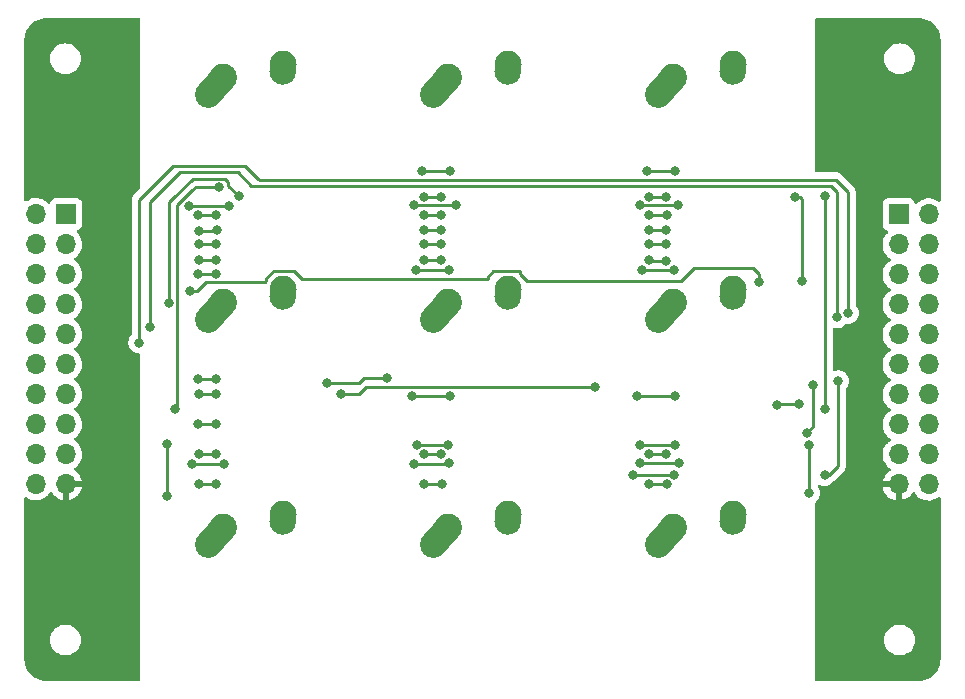
<source format=gbl>
%TF.GenerationSoftware,KiCad,Pcbnew,(6.0.9)*%
%TF.CreationDate,2023-03-10T16:46:27-06:00*%
%TF.ProjectId,Programmable Keys,50726f67-7261-46d6-9d61-626c65204b65,rev?*%
%TF.SameCoordinates,Original*%
%TF.FileFunction,Copper,L2,Bot*%
%TF.FilePolarity,Positive*%
%FSLAX46Y46*%
G04 Gerber Fmt 4.6, Leading zero omitted, Abs format (unit mm)*
G04 Created by KiCad (PCBNEW (6.0.9)) date 2023-03-10 16:46:27*
%MOMM*%
%LPD*%
G01*
G04 APERTURE LIST*
G04 Aperture macros list*
%AMHorizOval*
0 Thick line with rounded ends*
0 $1 width*
0 $2 $3 position (X,Y) of the first rounded end (center of the circle)*
0 $4 $5 position (X,Y) of the second rounded end (center of the circle)*
0 Add line between two ends*
20,1,$1,$2,$3,$4,$5,0*
0 Add two circle primitives to create the rounded ends*
1,1,$1,$2,$3*
1,1,$1,$4,$5*%
G04 Aperture macros list end*
%TA.AperFunction,ComponentPad*%
%ADD10C,2.250000*%
%TD*%
%TA.AperFunction,ComponentPad*%
%ADD11HorizOval,2.250000X0.655001X0.730000X-0.655001X-0.730000X0*%
%TD*%
%TA.AperFunction,ComponentPad*%
%ADD12HorizOval,2.250000X0.020000X0.290000X-0.020000X-0.290000X0*%
%TD*%
%TA.AperFunction,ComponentPad*%
%ADD13R,1.700000X1.700000*%
%TD*%
%TA.AperFunction,ComponentPad*%
%ADD14O,1.700000X1.700000*%
%TD*%
%TA.AperFunction,ViaPad*%
%ADD15C,0.800000*%
%TD*%
%TA.AperFunction,Conductor*%
%ADD16C,0.250000*%
%TD*%
G04 APERTURE END LIST*
D10*
%TO.P,MX8,1,COL*%
%TO.N,COL9*%
X184031250Y-96012500D03*
D11*
X183376251Y-96742500D03*
D10*
%TO.P,MX8,2,ROW*%
%TO.N,Net-(D6-Pad2)*%
X189071250Y-94932500D03*
D12*
X189051250Y-95222500D03*
%TD*%
D13*
%TO.P,J2,1,Pin_1*%
%TO.N,+5V*%
X222156250Y-69537500D03*
D14*
%TO.P,J2,2,Pin_2*%
%TO.N,VCC*%
X224696250Y-69537500D03*
%TO.P,J2,3,Pin_3*%
%TO.N,COL0*%
X222156250Y-72077500D03*
%TO.P,J2,4,Pin_4*%
%TO.N,COL1*%
X224696250Y-72077500D03*
%TO.P,J2,5,Pin_5*%
%TO.N,COL2*%
X222156250Y-74617500D03*
%TO.P,J2,6,Pin_6*%
%TO.N,COL3*%
X224696250Y-74617500D03*
%TO.P,J2,7,Pin_7*%
%TO.N,COL4*%
X222156250Y-77157500D03*
%TO.P,J2,8,Pin_8*%
%TO.N,COL5*%
X224696250Y-77157500D03*
%TO.P,J2,9,Pin_9*%
%TO.N,COL6*%
X222156250Y-79697500D03*
%TO.P,J2,10,Pin_10*%
%TO.N,COL7*%
X224696250Y-79697500D03*
%TO.P,J2,11,Pin_11*%
%TO.N,COL8*%
X222156250Y-82237500D03*
%TO.P,J2,12,Pin_12*%
%TO.N,COL9*%
X224696250Y-82237500D03*
%TO.P,J2,13,Pin_13*%
%TO.N,COL10*%
X222156250Y-84777500D03*
%TO.P,J2,14,Pin_14*%
%TO.N,ROW5*%
X224696250Y-84777500D03*
%TO.P,J2,15,Pin_15*%
%TO.N,ROW6*%
X222156250Y-87317500D03*
%TO.P,J2,16,Pin_16*%
%TO.N,ROW7*%
X224696250Y-87317500D03*
%TO.P,J2,17,Pin_17*%
%TO.N,ROW8*%
X222156250Y-89857500D03*
%TO.P,J2,18,Pin_18*%
%TO.N,ROW9*%
X224696250Y-89857500D03*
%TO.P,J2,19,Pin_19*%
%TO.N,GND*%
X222156250Y-92397500D03*
%TO.P,J2,20,Pin_20*%
%TO.N,unconnected-(J2-Pad20)*%
X224696250Y-92397500D03*
%TD*%
D10*
%TO.P,MX1,1,COL*%
%TO.N,COL8*%
X164981250Y-57912500D03*
D11*
X164326251Y-58642500D03*
D10*
%TO.P,MX1,2,ROW*%
%TO.N,Net-(D1-Pad2)*%
X170021250Y-56832500D03*
D12*
X170001250Y-57122500D03*
%TD*%
D10*
%TO.P,MX9,1,COL*%
%TO.N,COL10*%
X203081250Y-96012500D03*
D11*
X202426251Y-96742500D03*
D12*
%TO.P,MX9,2,ROW*%
%TO.N,Net-(D9-Pad2)*%
X208101250Y-95222500D03*
D10*
X208121250Y-94932500D03*
%TD*%
%TO.P,MX4,1,COL*%
%TO.N,COL8*%
X164981250Y-76962500D03*
D11*
X164326251Y-77692500D03*
D10*
%TO.P,MX4,2,ROW*%
%TO.N,Net-(D2-Pad2)*%
X170021250Y-75882500D03*
D12*
X170001250Y-76172500D03*
%TD*%
D11*
%TO.P,MX3,1,COL*%
%TO.N,COL10*%
X202426251Y-58642500D03*
D10*
X203081250Y-57912500D03*
%TO.P,MX3,2,ROW*%
%TO.N,Net-(D7-Pad2)*%
X208121250Y-56832500D03*
D12*
X208101250Y-57122500D03*
%TD*%
D13*
%TO.P,J1,1,Pin_1*%
%TO.N,+5V*%
X151675000Y-69512500D03*
D14*
%TO.P,J1,2,Pin_2*%
%TO.N,VCC*%
X149135000Y-69512500D03*
%TO.P,J1,3,Pin_3*%
%TO.N,COL0*%
X151675000Y-72052500D03*
%TO.P,J1,4,Pin_4*%
%TO.N,COL1*%
X149135000Y-72052500D03*
%TO.P,J1,5,Pin_5*%
%TO.N,COL2*%
X151675000Y-74592500D03*
%TO.P,J1,6,Pin_6*%
%TO.N,COL3*%
X149135000Y-74592500D03*
%TO.P,J1,7,Pin_7*%
%TO.N,COL4*%
X151675000Y-77132500D03*
%TO.P,J1,8,Pin_8*%
%TO.N,COL5*%
X149135000Y-77132500D03*
%TO.P,J1,9,Pin_9*%
%TO.N,COL6*%
X151675000Y-79672500D03*
%TO.P,J1,10,Pin_10*%
%TO.N,COL7*%
X149135000Y-79672500D03*
%TO.P,J1,11,Pin_11*%
%TO.N,COL8*%
X151675000Y-82212500D03*
%TO.P,J1,12,Pin_12*%
%TO.N,COL9*%
X149135000Y-82212500D03*
%TO.P,J1,13,Pin_13*%
%TO.N,COL10*%
X151675000Y-84752500D03*
%TO.P,J1,14,Pin_14*%
%TO.N,ROW5*%
X149135000Y-84752500D03*
%TO.P,J1,15,Pin_15*%
%TO.N,ROW6*%
X151675000Y-87292500D03*
%TO.P,J1,16,Pin_16*%
%TO.N,ROW7*%
X149135000Y-87292500D03*
%TO.P,J1,17,Pin_17*%
%TO.N,ROW8*%
X151675000Y-89832500D03*
%TO.P,J1,18,Pin_18*%
%TO.N,ROW9*%
X149135000Y-89832500D03*
%TO.P,J1,19,Pin_19*%
%TO.N,GND*%
X151675000Y-92372500D03*
%TO.P,J1,20,Pin_20*%
%TO.N,unconnected-(J1-Pad20)*%
X149135000Y-92372500D03*
%TD*%
D10*
%TO.P,MX7,1,COL*%
%TO.N,COL8*%
X164981250Y-96012500D03*
D11*
X164326251Y-96742500D03*
D12*
%TO.P,MX7,2,ROW*%
%TO.N,Net-(D3-Pad2)*%
X170001250Y-95222500D03*
D10*
X170021250Y-94932500D03*
%TD*%
D11*
%TO.P,MX2,1,COL*%
%TO.N,COL9*%
X183376251Y-58642500D03*
D10*
X184031250Y-57912500D03*
D12*
%TO.P,MX2,2,ROW*%
%TO.N,Net-(D4-Pad2)*%
X189051250Y-57122500D03*
D10*
X189071250Y-56832500D03*
%TD*%
%TO.P,MX6,1,COL*%
%TO.N,COL10*%
X203081250Y-76962500D03*
D11*
X202426251Y-77692500D03*
D10*
%TO.P,MX6,2,ROW*%
%TO.N,Net-(D8-Pad2)*%
X208121250Y-75882500D03*
D12*
X208101250Y-76172500D03*
%TD*%
D10*
%TO.P,MX5,1,COL*%
%TO.N,COL9*%
X184031250Y-76962500D03*
D11*
X183376251Y-77692500D03*
D10*
%TO.P,MX5,2,ROW*%
%TO.N,Net-(D5-Pad2)*%
X189071250Y-75882500D03*
D12*
X189051250Y-76172500D03*
%TD*%
D15*
%TO.N,ROW5*%
X164600000Y-67220500D03*
X181768750Y-65881250D03*
X200818750Y-65881250D03*
X160900000Y-86050000D03*
X203200000Y-65881250D03*
X215950000Y-86050000D03*
X184150000Y-65881250D03*
X215950000Y-68000000D03*
%TO.N,ROW6*%
X200025000Y-84931250D03*
X180975000Y-84931250D03*
X164395750Y-87300000D03*
X184150000Y-84931250D03*
X203200000Y-84931250D03*
X162850000Y-87300000D03*
%TO.N,ROW7*%
X214600000Y-93122000D03*
X160200000Y-88950000D03*
X160200000Y-93400000D03*
X214600000Y-89050000D03*
%TO.N,VCC*%
X165450000Y-68800000D03*
X200250000Y-68750000D03*
X181100000Y-68750000D03*
X184700000Y-68750000D03*
X203500000Y-68750000D03*
X162100000Y-68788000D03*
%TO.N,COL3*%
X181996750Y-73400000D03*
X202500000Y-73450000D03*
X183445750Y-73400000D03*
X164395750Y-73400000D03*
X201046750Y-73400000D03*
X162946750Y-73400000D03*
%TO.N,COL4*%
X210300000Y-75250000D03*
X162200000Y-76000000D03*
%TO.N,GND*%
X162946750Y-92350000D03*
X201046750Y-92400000D03*
X164395750Y-92400000D03*
X181996750Y-92400000D03*
X202550000Y-92400000D03*
X183500000Y-92400000D03*
%TO.N,COL5*%
X202495750Y-68025500D03*
X214000000Y-75200000D03*
X160375500Y-77050000D03*
X181950000Y-68025500D03*
X201046750Y-68025500D03*
X166300000Y-68000000D03*
X213350000Y-68025500D03*
X183450000Y-68025500D03*
%TO.N,COL6*%
X158750000Y-79074500D03*
X216950000Y-78250000D03*
%TO.N,COL0*%
X181996750Y-72050000D03*
X201046750Y-72050000D03*
X202500000Y-72050000D03*
X162946750Y-72050000D03*
X183445750Y-72050000D03*
X164395750Y-72050000D03*
%TO.N,COL1*%
X202495750Y-70850000D03*
X162900000Y-70900000D03*
X164450000Y-70850000D03*
X201046750Y-70850000D03*
X183445750Y-70850000D03*
X181996750Y-70850000D03*
%TO.N,COL2*%
X162850000Y-74600000D03*
X164395750Y-74550000D03*
X184050000Y-74200000D03*
X181300000Y-74200000D03*
X164395750Y-74550000D03*
X203154605Y-74205313D03*
X200400000Y-74200000D03*
%TO.N,COL7*%
X157850000Y-80397000D03*
X217881541Y-77887734D03*
%TO.N,COL8*%
X214400000Y-88042000D03*
X214950000Y-84000000D03*
X200300000Y-89050000D03*
X203250000Y-89050000D03*
X181382284Y-89027380D03*
X184041070Y-89043996D03*
%TO.N,COL9*%
X162850000Y-83450000D03*
X173800000Y-83800000D03*
X217050000Y-83650000D03*
X203141070Y-91593996D03*
X164395750Y-83450000D03*
X178800000Y-83350000D03*
X199700000Y-91600000D03*
X215900000Y-91600000D03*
%TO.N,COL10*%
X213750000Y-85550000D03*
X162900000Y-84750000D03*
X164395750Y-84750000D03*
X174950000Y-84750000D03*
X196450000Y-84150000D03*
X211850000Y-85655750D03*
%TO.N,ROW8*%
X202495750Y-89850000D03*
X164400000Y-89850000D03*
X183450000Y-89850000D03*
X181950000Y-89850000D03*
X201000000Y-89850000D03*
X162946750Y-89850000D03*
%TO.N,ROW9*%
X203550000Y-90600000D03*
X165050000Y-90650000D03*
X200250000Y-90600000D03*
X181150000Y-90650000D03*
X184104605Y-90605313D03*
X162300000Y-90650000D03*
%TO.N,+5V*%
X162850000Y-69550000D03*
X201046750Y-69550000D03*
X164395750Y-69550000D03*
X183445750Y-69550000D03*
X181996750Y-69550000D03*
X202550000Y-69550000D03*
%TD*%
D16*
%TO.N,ROW5*%
X184150000Y-65881250D02*
X181768750Y-65881250D01*
X161100000Y-68762695D02*
X161850000Y-68012695D01*
X162629500Y-67220500D02*
X164600000Y-67220500D01*
X160900000Y-86050000D02*
X161100000Y-85850000D01*
X203200000Y-65881250D02*
X200818750Y-65881250D01*
X161100000Y-85850000D02*
X161100000Y-82100000D01*
X215950000Y-68000000D02*
X215950000Y-86050000D01*
X161850000Y-68000000D02*
X162350000Y-67500000D01*
X161100000Y-82100000D02*
X161100000Y-68762695D01*
X161850000Y-68012695D02*
X161850000Y-68000000D01*
X162350000Y-67500000D02*
X162629500Y-67220500D01*
%TO.N,ROW6*%
X203200000Y-84931250D02*
X200025000Y-84931250D01*
X184150000Y-84931250D02*
X180975000Y-84931250D01*
X162850000Y-87300000D02*
X164395750Y-87300000D01*
%TO.N,ROW7*%
X214600000Y-89050000D02*
X214600000Y-93122000D01*
X160200000Y-88950000D02*
X160200000Y-93400000D01*
%TO.N,VCC*%
X200250000Y-68750000D02*
X203500000Y-68750000D01*
X162100000Y-68788000D02*
X165438000Y-68788000D01*
X181100000Y-68750000D02*
X184700000Y-68750000D01*
X165438000Y-68788000D02*
X165450000Y-68800000D01*
%TO.N,COL3*%
X183445750Y-73400000D02*
X181996750Y-73400000D01*
X201096750Y-73450000D02*
X201046750Y-73400000D01*
X202500000Y-73450000D02*
X201096750Y-73450000D01*
X164395750Y-73400000D02*
X162946750Y-73400000D01*
%TO.N,COL4*%
X168475000Y-75275000D02*
X163475000Y-75275000D01*
X187400000Y-74800000D02*
X187400000Y-75000000D01*
X190700000Y-75200000D02*
X190100000Y-74600000D01*
X168600000Y-75150000D02*
X168475000Y-75275000D01*
X190100000Y-74350000D02*
X187850000Y-74350000D01*
X187400000Y-75000000D02*
X171650000Y-75000000D01*
X190100000Y-74600000D02*
X190100000Y-74350000D01*
X163475000Y-75275000D02*
X162750000Y-76000000D01*
X169250000Y-74300000D02*
X168600000Y-74950000D01*
X171650000Y-75000000D02*
X170950000Y-74300000D01*
X170950000Y-74300000D02*
X169250000Y-74300000D01*
X187850000Y-74350000D02*
X187400000Y-74800000D01*
X210300000Y-74550000D02*
X209850000Y-74100000D01*
X209850000Y-74100000D02*
X204800000Y-74100000D01*
X168600000Y-74950000D02*
X168600000Y-75150000D01*
X210300000Y-75250000D02*
X210300000Y-74550000D01*
X203700000Y-75200000D02*
X190700000Y-75200000D01*
X162750000Y-76000000D02*
X162200000Y-76000000D01*
X204800000Y-74100000D02*
X203700000Y-75200000D01*
%TO.N,GND*%
X164345750Y-92350000D02*
X164395750Y-92400000D01*
X201046750Y-92400000D02*
X202550000Y-92400000D01*
X181996750Y-92400000D02*
X183500000Y-92400000D01*
X162946750Y-92350000D02*
X164345750Y-92350000D01*
%TO.N,COL5*%
X165145500Y-66495500D02*
X163254500Y-66495500D01*
X163250000Y-66500000D02*
X162500000Y-66500000D01*
X160750000Y-68150000D02*
X160375500Y-68524500D01*
X202495750Y-68025500D02*
X201046750Y-68025500D01*
X160375500Y-68524500D02*
X160375500Y-77050000D01*
X213775500Y-68025500D02*
X213350000Y-68025500D01*
X163254500Y-66495500D02*
X163250000Y-66500000D01*
X213850000Y-68100000D02*
X213775500Y-68025500D01*
X162400000Y-66500000D02*
X160750000Y-68150000D01*
X214000000Y-75200000D02*
X214000000Y-68250000D01*
X166300000Y-68000000D02*
X165400000Y-67100000D01*
X183450000Y-68025500D02*
X181950000Y-68025500D01*
X165400000Y-66750000D02*
X165145500Y-66495500D01*
X165400000Y-67100000D02*
X165400000Y-66750000D01*
X162500000Y-66500000D02*
X162400000Y-66500000D01*
X214000000Y-68250000D02*
X213850000Y-68100000D01*
%TO.N,COL6*%
X216450000Y-67100000D02*
X216950000Y-67600000D01*
X216950000Y-67600000D02*
X216950000Y-78250000D01*
X161300000Y-65950000D02*
X166200000Y-65950000D01*
X161000000Y-66250000D02*
X161300000Y-65950000D01*
X167350000Y-67100000D02*
X214600000Y-67100000D01*
X158750000Y-68500000D02*
X161000000Y-66250000D01*
X166200000Y-65950000D02*
X167350000Y-67100000D01*
X158750000Y-79074500D02*
X158750000Y-68500000D01*
X214600000Y-67100000D02*
X216450000Y-67100000D01*
%TO.N,COL0*%
X202500000Y-72050000D02*
X201046750Y-72050000D01*
X183445750Y-72050000D02*
X181996750Y-72050000D01*
X164395750Y-72050000D02*
X162946750Y-72050000D01*
%TO.N,COL1*%
X162900000Y-70900000D02*
X164400000Y-70900000D01*
X201046750Y-70850000D02*
X202495750Y-70850000D01*
X181996750Y-70850000D02*
X183445750Y-70850000D01*
X164400000Y-70900000D02*
X164450000Y-70850000D01*
%TO.N,COL2*%
X200400000Y-74200000D02*
X203149292Y-74200000D01*
X203149292Y-74200000D02*
X203154605Y-74205313D01*
X181300000Y-74200000D02*
X184050000Y-74200000D01*
X164345750Y-74600000D02*
X164395750Y-74550000D01*
X162850000Y-74600000D02*
X164345750Y-74600000D01*
%TO.N,COL7*%
X167950000Y-66500000D02*
X168056250Y-66606250D01*
X217400000Y-67150000D02*
X217881541Y-67631541D01*
X160800000Y-65400000D02*
X166850000Y-65400000D01*
X157850000Y-68350000D02*
X160750000Y-65450000D01*
X166850000Y-65400000D02*
X167950000Y-66500000D01*
X186206250Y-66606250D02*
X216856250Y-66606250D01*
X216856250Y-66606250D02*
X217400000Y-67150000D01*
X217881541Y-67631541D02*
X217881541Y-77887734D01*
X168056250Y-66606250D02*
X186193750Y-66606250D01*
X160750000Y-65450000D02*
X160800000Y-65400000D01*
X186193750Y-66606250D02*
X186200000Y-66600000D01*
X186200000Y-66600000D02*
X186206250Y-66606250D01*
X157850000Y-80397000D02*
X157850000Y-68350000D01*
%TO.N,COL8*%
X181398900Y-89043996D02*
X184041070Y-89043996D01*
X200300000Y-89050000D02*
X203250000Y-89050000D01*
X181382284Y-89027380D02*
X181398900Y-89043996D01*
X214950000Y-87492000D02*
X214950000Y-84000000D01*
X214400000Y-88042000D02*
X214950000Y-87492000D01*
%TO.N,COL9*%
X176950000Y-83350000D02*
X178800000Y-83350000D01*
X216300000Y-91600000D02*
X215900000Y-91600000D01*
X176500000Y-83800000D02*
X176900000Y-83400000D01*
X176900000Y-83400000D02*
X176950000Y-83350000D01*
X203135066Y-91600000D02*
X199700000Y-91600000D01*
X162850000Y-83450000D02*
X164395750Y-83450000D01*
X217050000Y-83650000D02*
X217050000Y-90850000D01*
X203141070Y-91593996D02*
X203135066Y-91600000D01*
X217050000Y-90850000D02*
X216300000Y-91600000D01*
X173800000Y-83800000D02*
X176500000Y-83800000D01*
%TO.N,COL10*%
X211955750Y-85550000D02*
X211850000Y-85655750D01*
X177050000Y-84150000D02*
X196450000Y-84150000D01*
X174950000Y-84750000D02*
X176450000Y-84750000D01*
X162900000Y-84750000D02*
X164395750Y-84750000D01*
X176450000Y-84750000D02*
X177050000Y-84150000D01*
X213750000Y-85550000D02*
X211955750Y-85550000D01*
%TO.N,ROW8*%
X201000000Y-89850000D02*
X202495750Y-89850000D01*
X181950000Y-89850000D02*
X183450000Y-89850000D01*
X162946750Y-89850000D02*
X164400000Y-89850000D01*
%TO.N,ROW9*%
X184104605Y-90605313D02*
X184059918Y-90650000D01*
X165050000Y-90650000D02*
X162300000Y-90650000D01*
X203550000Y-90600000D02*
X200250000Y-90600000D01*
X184059918Y-90650000D02*
X181150000Y-90650000D01*
%TO.N,+5V*%
X202550000Y-69550000D02*
X201046750Y-69550000D01*
X164395750Y-69550000D02*
X162850000Y-69550000D01*
X183445750Y-69550000D02*
X181996750Y-69550000D01*
%TD*%
%TA.AperFunction,Conductor*%
%TO.N,GND*%
G36*
X223807518Y-52897500D02*
G01*
X223822351Y-52899810D01*
X223822355Y-52899810D01*
X223831224Y-52901191D01*
X223847512Y-52899061D01*
X223872089Y-52898267D01*
X223884203Y-52899061D01*
X224073698Y-52911482D01*
X224090038Y-52913633D01*
X224314096Y-52958201D01*
X224330017Y-52962467D01*
X224546338Y-53035900D01*
X224561565Y-53042207D01*
X224766457Y-53143250D01*
X224780730Y-53151491D01*
X224970671Y-53278407D01*
X224983747Y-53288441D01*
X225155506Y-53439072D01*
X225167161Y-53450727D01*
X225317783Y-53622483D01*
X225327816Y-53635559D01*
X225454728Y-53825502D01*
X225462969Y-53839776D01*
X225564007Y-54044670D01*
X225570314Y-54059896D01*
X225643745Y-54276225D01*
X225648010Y-54292146D01*
X225692572Y-54516199D01*
X225694723Y-54532540D01*
X225707478Y-54727206D01*
X225706493Y-54749315D01*
X225706441Y-54753591D01*
X225705059Y-54762463D01*
X225706223Y-54771366D01*
X225706223Y-54771368D01*
X225709187Y-54794038D01*
X225710250Y-54810372D01*
X225710250Y-68347086D01*
X225690248Y-68415207D01*
X225636592Y-68461700D01*
X225566318Y-68471804D01*
X225506158Y-68445968D01*
X225454664Y-68405300D01*
X225454660Y-68405298D01*
X225450609Y-68402098D01*
X225255039Y-68294138D01*
X225250170Y-68292414D01*
X225250166Y-68292412D01*
X225049337Y-68221295D01*
X225049333Y-68221294D01*
X225044462Y-68219569D01*
X225039369Y-68218662D01*
X225039366Y-68218661D01*
X224829623Y-68181300D01*
X224829617Y-68181299D01*
X224824534Y-68180394D01*
X224750702Y-68179492D01*
X224606331Y-68177728D01*
X224606329Y-68177728D01*
X224601161Y-68177665D01*
X224380341Y-68211455D01*
X224168006Y-68280857D01*
X223969857Y-68384007D01*
X223965724Y-68387110D01*
X223965721Y-68387112D01*
X223866379Y-68461700D01*
X223791215Y-68518135D01*
X223734787Y-68577184D01*
X223710533Y-68602564D01*
X223649009Y-68637994D01*
X223578096Y-68634537D01*
X223520310Y-68593291D01*
X223501457Y-68559743D01*
X223460017Y-68449203D01*
X223456865Y-68440795D01*
X223369511Y-68324239D01*
X223252955Y-68236885D01*
X223116566Y-68185755D01*
X223054384Y-68179000D01*
X221258116Y-68179000D01*
X221195934Y-68185755D01*
X221059545Y-68236885D01*
X220942989Y-68324239D01*
X220855635Y-68440795D01*
X220804505Y-68577184D01*
X220797750Y-68639366D01*
X220797750Y-70435634D01*
X220804505Y-70497816D01*
X220855635Y-70634205D01*
X220942989Y-70750761D01*
X221059545Y-70838115D01*
X221067954Y-70841267D01*
X221067955Y-70841268D01*
X221176701Y-70882035D01*
X221233466Y-70924676D01*
X221258166Y-70991238D01*
X221242959Y-71060587D01*
X221223566Y-71087068D01*
X221141229Y-71173229D01*
X221096879Y-71219638D01*
X220970993Y-71404180D01*
X220876938Y-71606805D01*
X220817239Y-71822070D01*
X220793501Y-72044195D01*
X220806360Y-72267215D01*
X220807497Y-72272261D01*
X220807498Y-72272267D01*
X220831554Y-72379008D01*
X220855472Y-72485139D01*
X220939516Y-72692116D01*
X220991192Y-72776444D01*
X221053541Y-72878188D01*
X221056237Y-72882588D01*
X221202500Y-73051438D01*
X221374376Y-73194132D01*
X221401208Y-73209811D01*
X221447695Y-73236976D01*
X221496419Y-73288614D01*
X221509490Y-73358397D01*
X221482759Y-73424169D01*
X221442305Y-73457527D01*
X221429857Y-73464007D01*
X221425724Y-73467110D01*
X221425721Y-73467112D01*
X221326379Y-73541700D01*
X221251215Y-73598135D01*
X221247643Y-73601873D01*
X221141229Y-73713229D01*
X221096879Y-73759638D01*
X220970993Y-73944180D01*
X220876938Y-74146805D01*
X220817239Y-74362070D01*
X220793501Y-74584195D01*
X220806360Y-74807215D01*
X220807497Y-74812261D01*
X220807498Y-74812267D01*
X220831554Y-74919008D01*
X220855472Y-75025139D01*
X220939516Y-75232116D01*
X220991192Y-75316444D01*
X221053541Y-75418188D01*
X221056237Y-75422588D01*
X221202500Y-75591438D01*
X221374376Y-75734132D01*
X221401208Y-75749811D01*
X221447695Y-75776976D01*
X221496419Y-75828614D01*
X221509490Y-75898397D01*
X221482759Y-75964169D01*
X221442305Y-75997527D01*
X221429857Y-76004007D01*
X221425724Y-76007110D01*
X221425721Y-76007112D01*
X221326379Y-76081700D01*
X221251215Y-76138135D01*
X221247643Y-76141873D01*
X221141229Y-76253229D01*
X221096879Y-76299638D01*
X220970993Y-76484180D01*
X220876938Y-76686805D01*
X220817239Y-76902070D01*
X220793501Y-77124195D01*
X220793798Y-77129348D01*
X220793798Y-77129351D01*
X220799808Y-77233576D01*
X220806360Y-77347215D01*
X220807497Y-77352261D01*
X220807498Y-77352267D01*
X220808454Y-77356508D01*
X220855472Y-77565139D01*
X220939516Y-77772116D01*
X220991192Y-77856444D01*
X221053541Y-77958188D01*
X221056237Y-77962588D01*
X221202500Y-78131438D01*
X221374376Y-78274132D01*
X221401208Y-78289811D01*
X221447695Y-78316976D01*
X221496419Y-78368614D01*
X221509490Y-78438397D01*
X221482759Y-78504169D01*
X221442305Y-78537527D01*
X221429857Y-78544007D01*
X221425724Y-78547110D01*
X221425721Y-78547112D01*
X221326379Y-78621700D01*
X221251215Y-78678135D01*
X221247643Y-78681873D01*
X221104662Y-78831494D01*
X221096879Y-78839638D01*
X220970993Y-79024180D01*
X220876938Y-79226805D01*
X220817239Y-79442070D01*
X220793501Y-79664195D01*
X220806360Y-79887215D01*
X220807497Y-79892261D01*
X220807498Y-79892267D01*
X220831554Y-79999008D01*
X220855472Y-80105139D01*
X220939516Y-80312116D01*
X220991192Y-80396444D01*
X221053541Y-80498188D01*
X221056237Y-80502588D01*
X221202500Y-80671438D01*
X221374376Y-80814132D01*
X221401208Y-80829811D01*
X221447695Y-80856976D01*
X221496419Y-80908614D01*
X221509490Y-80978397D01*
X221482759Y-81044169D01*
X221442305Y-81077527D01*
X221429857Y-81084007D01*
X221425724Y-81087110D01*
X221425721Y-81087112D01*
X221326379Y-81161700D01*
X221251215Y-81218135D01*
X221247643Y-81221873D01*
X221141229Y-81333229D01*
X221096879Y-81379638D01*
X220970993Y-81564180D01*
X220876938Y-81766805D01*
X220817239Y-81982070D01*
X220793501Y-82204195D01*
X220806360Y-82427215D01*
X220807497Y-82432261D01*
X220807498Y-82432267D01*
X220831554Y-82539008D01*
X220855472Y-82645139D01*
X220939516Y-82852116D01*
X220991192Y-82936444D01*
X221053541Y-83038188D01*
X221056237Y-83042588D01*
X221202500Y-83211438D01*
X221374376Y-83354132D01*
X221401208Y-83369811D01*
X221447695Y-83396976D01*
X221496419Y-83448614D01*
X221509490Y-83518397D01*
X221482759Y-83584169D01*
X221442305Y-83617527D01*
X221429857Y-83624007D01*
X221425724Y-83627110D01*
X221425721Y-83627112D01*
X221326379Y-83701700D01*
X221251215Y-83758135D01*
X221247643Y-83761873D01*
X221141229Y-83873229D01*
X221096879Y-83919638D01*
X220970993Y-84104180D01*
X220935230Y-84181226D01*
X220887337Y-84284403D01*
X220876938Y-84306805D01*
X220817239Y-84522070D01*
X220793501Y-84744195D01*
X220806360Y-84967215D01*
X220807497Y-84972261D01*
X220807498Y-84972267D01*
X220831554Y-85079008D01*
X220855472Y-85185139D01*
X220939516Y-85392116D01*
X220991192Y-85476444D01*
X221053541Y-85578188D01*
X221056237Y-85582588D01*
X221202500Y-85751438D01*
X221374376Y-85894132D01*
X221401208Y-85909811D01*
X221447695Y-85936976D01*
X221496419Y-85988614D01*
X221509490Y-86058397D01*
X221482759Y-86124169D01*
X221442305Y-86157527D01*
X221429857Y-86164007D01*
X221425724Y-86167110D01*
X221425721Y-86167112D01*
X221326379Y-86241700D01*
X221251215Y-86298135D01*
X221247643Y-86301873D01*
X221141229Y-86413229D01*
X221096879Y-86459638D01*
X220970993Y-86644180D01*
X220923965Y-86745493D01*
X220879578Y-86841118D01*
X220876938Y-86846805D01*
X220817239Y-87062070D01*
X220793501Y-87284195D01*
X220793798Y-87289348D01*
X220793798Y-87289351D01*
X220803418Y-87456189D01*
X220806360Y-87507215D01*
X220807497Y-87512261D01*
X220807498Y-87512267D01*
X220819180Y-87564101D01*
X220855472Y-87725139D01*
X220905997Y-87849568D01*
X220929960Y-87908581D01*
X220939516Y-87932116D01*
X220982324Y-88001972D01*
X221053541Y-88118188D01*
X221056237Y-88122588D01*
X221202500Y-88291438D01*
X221374376Y-88434132D01*
X221401208Y-88449811D01*
X221447695Y-88476976D01*
X221496419Y-88528614D01*
X221509490Y-88598397D01*
X221482759Y-88664169D01*
X221442305Y-88697527D01*
X221429857Y-88704007D01*
X221425724Y-88707110D01*
X221425721Y-88707112D01*
X221326379Y-88781700D01*
X221251215Y-88838135D01*
X221229794Y-88860551D01*
X221141229Y-88953229D01*
X221096879Y-88999638D01*
X220970993Y-89184180D01*
X220876938Y-89386805D01*
X220817239Y-89602070D01*
X220793501Y-89824195D01*
X220806360Y-90047215D01*
X220807497Y-90052261D01*
X220807498Y-90052267D01*
X220831554Y-90159008D01*
X220855472Y-90265139D01*
X220939516Y-90472116D01*
X220978299Y-90535405D01*
X221053541Y-90658188D01*
X221056237Y-90662588D01*
X221202500Y-90831438D01*
X221374376Y-90974132D01*
X221392078Y-90984476D01*
X221448205Y-91017274D01*
X221496929Y-91068912D01*
X221510000Y-91138695D01*
X221483269Y-91204467D01*
X221442812Y-91237827D01*
X221434707Y-91242046D01*
X221425988Y-91247536D01*
X221255683Y-91375405D01*
X221247976Y-91382248D01*
X221100840Y-91536217D01*
X221094354Y-91544227D01*
X220974348Y-91720149D01*
X220969250Y-91729123D01*
X220879588Y-91922283D01*
X220876025Y-91931970D01*
X220820639Y-92131683D01*
X220822162Y-92140107D01*
X220834542Y-92143500D01*
X222284250Y-92143500D01*
X222352371Y-92163502D01*
X222398864Y-92217158D01*
X222410250Y-92269500D01*
X222410250Y-93716017D01*
X222414314Y-93729859D01*
X222427728Y-93731893D01*
X222434434Y-93731034D01*
X222444512Y-93728892D01*
X222648505Y-93667691D01*
X222658092Y-93663933D01*
X222849345Y-93570239D01*
X222858195Y-93564964D01*
X223031578Y-93441292D01*
X223039450Y-93434639D01*
X223190302Y-93284312D01*
X223196980Y-93276465D01*
X223324272Y-93099319D01*
X223325529Y-93100222D01*
X223372623Y-93056862D01*
X223442561Y-93044645D01*
X223508001Y-93072178D01*
X223535829Y-93104011D01*
X223596237Y-93202588D01*
X223742500Y-93371438D01*
X223914376Y-93514132D01*
X224107250Y-93626838D01*
X224315942Y-93706530D01*
X224321010Y-93707561D01*
X224321013Y-93707562D01*
X224416112Y-93726910D01*
X224534847Y-93751067D01*
X224540022Y-93751257D01*
X224540024Y-93751257D01*
X224752923Y-93759064D01*
X224752927Y-93759064D01*
X224758087Y-93759253D01*
X224763207Y-93758597D01*
X224763209Y-93758597D01*
X224974538Y-93731525D01*
X224974539Y-93731525D01*
X224979666Y-93730868D01*
X224984616Y-93729383D01*
X225188679Y-93668161D01*
X225188684Y-93668159D01*
X225193634Y-93666674D01*
X225394244Y-93568396D01*
X225474953Y-93510827D01*
X225511082Y-93485057D01*
X225578155Y-93461783D01*
X225647164Y-93478467D01*
X225696198Y-93529811D01*
X225710250Y-93587636D01*
X225710250Y-107106880D01*
X225708749Y-107126267D01*
X225705059Y-107149963D01*
X225706223Y-107158866D01*
X225707189Y-107166254D01*
X225707982Y-107190831D01*
X225694764Y-107392441D01*
X225692613Y-107408781D01*
X225648040Y-107632851D01*
X225643774Y-107648770D01*
X225570339Y-107865096D01*
X225564032Y-107880323D01*
X225462987Y-108085221D01*
X225454746Y-108099494D01*
X225327825Y-108289446D01*
X225317800Y-108302512D01*
X225167157Y-108474290D01*
X225155514Y-108485933D01*
X224983750Y-108636569D01*
X224970675Y-108646602D01*
X224896582Y-108696112D01*
X224780720Y-108773532D01*
X224766459Y-108781765D01*
X224662710Y-108832932D01*
X224561558Y-108882817D01*
X224546332Y-108889124D01*
X224330005Y-108962564D01*
X224314086Y-108966830D01*
X224090025Y-109011407D01*
X224073685Y-109013559D01*
X223986828Y-109019256D01*
X223879461Y-109026297D01*
X223855328Y-109025223D01*
X223852626Y-109025190D01*
X223843754Y-109023809D01*
X223834855Y-109024973D01*
X223834853Y-109024973D01*
X223812203Y-109027936D01*
X223795861Y-109029000D01*
X215232250Y-109029000D01*
X215164129Y-109008998D01*
X215117636Y-108955342D01*
X215106250Y-108903000D01*
X215106250Y-105568750D01*
X220942776Y-105568750D01*
X220962636Y-105795747D01*
X221021611Y-106015847D01*
X221023933Y-106020827D01*
X221023934Y-106020829D01*
X221115585Y-106217375D01*
X221115588Y-106217380D01*
X221117911Y-106222362D01*
X221248608Y-106409017D01*
X221409733Y-106570142D01*
X221414241Y-106573299D01*
X221414244Y-106573301D01*
X221591879Y-106697682D01*
X221596388Y-106700839D01*
X221601370Y-106703162D01*
X221601375Y-106703165D01*
X221797921Y-106794816D01*
X221802903Y-106797139D01*
X221808211Y-106798561D01*
X221808213Y-106798562D01*
X222017688Y-106854690D01*
X222017689Y-106854690D01*
X222023003Y-106856114D01*
X222250000Y-106875974D01*
X222476997Y-106856114D01*
X222482311Y-106854690D01*
X222482312Y-106854690D01*
X222691787Y-106798562D01*
X222691789Y-106798561D01*
X222697097Y-106797139D01*
X222702079Y-106794816D01*
X222898625Y-106703165D01*
X222898630Y-106703162D01*
X222903612Y-106700839D01*
X222908121Y-106697682D01*
X223085756Y-106573301D01*
X223085759Y-106573299D01*
X223090267Y-106570142D01*
X223251392Y-106409017D01*
X223382089Y-106222362D01*
X223384412Y-106217380D01*
X223384415Y-106217375D01*
X223476066Y-106020829D01*
X223476067Y-106020827D01*
X223478389Y-106015847D01*
X223537364Y-105795747D01*
X223557224Y-105568750D01*
X223537364Y-105341753D01*
X223478389Y-105121653D01*
X223476066Y-105116671D01*
X223384415Y-104920125D01*
X223384412Y-104920120D01*
X223382089Y-104915138D01*
X223251392Y-104728483D01*
X223090267Y-104567358D01*
X223085759Y-104564201D01*
X223085756Y-104564199D01*
X222908121Y-104439818D01*
X222908119Y-104439817D01*
X222903612Y-104436661D01*
X222898630Y-104434338D01*
X222898625Y-104434335D01*
X222702079Y-104342684D01*
X222702077Y-104342683D01*
X222697097Y-104340361D01*
X222691789Y-104338939D01*
X222691787Y-104338938D01*
X222482312Y-104282810D01*
X222482311Y-104282810D01*
X222476997Y-104281386D01*
X222250000Y-104261526D01*
X222023003Y-104281386D01*
X222017689Y-104282810D01*
X222017688Y-104282810D01*
X221808213Y-104338938D01*
X221808211Y-104338939D01*
X221802903Y-104340361D01*
X221797923Y-104342683D01*
X221797921Y-104342684D01*
X221601375Y-104434335D01*
X221601370Y-104434338D01*
X221596388Y-104436661D01*
X221591881Y-104439817D01*
X221591879Y-104439818D01*
X221414244Y-104564199D01*
X221414241Y-104564201D01*
X221409733Y-104567358D01*
X221248608Y-104728483D01*
X221117911Y-104915138D01*
X221115588Y-104920120D01*
X221115585Y-104920125D01*
X221023934Y-105116671D01*
X221021611Y-105121653D01*
X220962636Y-105341753D01*
X220942776Y-105568750D01*
X215106250Y-105568750D01*
X215106250Y-93941355D01*
X215126252Y-93873234D01*
X215158188Y-93839420D01*
X215211253Y-93800866D01*
X215215675Y-93795955D01*
X215334621Y-93663852D01*
X215334622Y-93663851D01*
X215339040Y-93658944D01*
X215421378Y-93516331D01*
X215431223Y-93499279D01*
X215431224Y-93499278D01*
X215434527Y-93493556D01*
X215493542Y-93311928D01*
X215504655Y-93206199D01*
X215512814Y-93128565D01*
X215513504Y-93122000D01*
X215493542Y-92932072D01*
X215434527Y-92750444D01*
X215385465Y-92665466D01*
X220824507Y-92665466D01*
X220854815Y-92799946D01*
X220857895Y-92809775D01*
X220938020Y-93007103D01*
X220942663Y-93016294D01*
X221053944Y-93197888D01*
X221060027Y-93206199D01*
X221199463Y-93367167D01*
X221206830Y-93374383D01*
X221370684Y-93510416D01*
X221379131Y-93516331D01*
X221563006Y-93623779D01*
X221572292Y-93628229D01*
X221771251Y-93704203D01*
X221781149Y-93707079D01*
X221884500Y-93728106D01*
X221898549Y-93726910D01*
X221902250Y-93716565D01*
X221902250Y-92669615D01*
X221897775Y-92654376D01*
X221896385Y-92653171D01*
X221888702Y-92651500D01*
X220839475Y-92651500D01*
X220825944Y-92655473D01*
X220824507Y-92665466D01*
X215385465Y-92665466D01*
X215346168Y-92597401D01*
X215329430Y-92528408D01*
X215352650Y-92461316D01*
X215408457Y-92417429D01*
X215479132Y-92410680D01*
X215506535Y-92419296D01*
X215611677Y-92466108D01*
X215611685Y-92466111D01*
X215617712Y-92468794D01*
X215711113Y-92488647D01*
X215798056Y-92507128D01*
X215798061Y-92507128D01*
X215804513Y-92508500D01*
X215995487Y-92508500D01*
X216001939Y-92507128D01*
X216001944Y-92507128D01*
X216088888Y-92488647D01*
X216182288Y-92468794D01*
X216293463Y-92419296D01*
X216350722Y-92393803D01*
X216350724Y-92393802D01*
X216356752Y-92391118D01*
X216511253Y-92278866D01*
X216628948Y-92148152D01*
X216658442Y-92124012D01*
X216684532Y-92108582D01*
X216684536Y-92108579D01*
X216691362Y-92104542D01*
X216705683Y-92090221D01*
X216720717Y-92077380D01*
X216730694Y-92070131D01*
X216737107Y-92065472D01*
X216765298Y-92031395D01*
X216773288Y-92022616D01*
X217442247Y-91353657D01*
X217450537Y-91346113D01*
X217457018Y-91342000D01*
X217503659Y-91292332D01*
X217506413Y-91289491D01*
X217526134Y-91269770D01*
X217528612Y-91266575D01*
X217536318Y-91257553D01*
X217546123Y-91247112D01*
X217566586Y-91225321D01*
X217576346Y-91207568D01*
X217587199Y-91191045D01*
X217594753Y-91181306D01*
X217599613Y-91175041D01*
X217617176Y-91134457D01*
X217622383Y-91123827D01*
X217643695Y-91085060D01*
X217645666Y-91077383D01*
X217645668Y-91077378D01*
X217648732Y-91065442D01*
X217655138Y-91046730D01*
X217660033Y-91035419D01*
X217663181Y-91028145D01*
X217664421Y-91020317D01*
X217664423Y-91020310D01*
X217670099Y-90984476D01*
X217672505Y-90972856D01*
X217681528Y-90937711D01*
X217681528Y-90937710D01*
X217683500Y-90930030D01*
X217683500Y-90909776D01*
X217685051Y-90890065D01*
X217686980Y-90877886D01*
X217688220Y-90870057D01*
X217684059Y-90826038D01*
X217683500Y-90814181D01*
X217683500Y-84352524D01*
X217703502Y-84284403D01*
X217715858Y-84268221D01*
X217789040Y-84186944D01*
X217884527Y-84021556D01*
X217943542Y-83839928D01*
X217963504Y-83650000D01*
X217943542Y-83460072D01*
X217884527Y-83278444D01*
X217789040Y-83113056D01*
X217725591Y-83042588D01*
X217665675Y-82976045D01*
X217665674Y-82976044D01*
X217661253Y-82971134D01*
X217542872Y-82885125D01*
X217512094Y-82862763D01*
X217512093Y-82862762D01*
X217506752Y-82858882D01*
X217500724Y-82856198D01*
X217500722Y-82856197D01*
X217338319Y-82783891D01*
X217338318Y-82783891D01*
X217332288Y-82781206D01*
X217238887Y-82761353D01*
X217151944Y-82742872D01*
X217151939Y-82742872D01*
X217145487Y-82741500D01*
X216954513Y-82741500D01*
X216948061Y-82742872D01*
X216948056Y-82742872D01*
X216861113Y-82761353D01*
X216767712Y-82781206D01*
X216761682Y-82783891D01*
X216761681Y-82783891D01*
X216760747Y-82784307D01*
X216760158Y-82784386D01*
X216755400Y-82785932D01*
X216755117Y-82785062D01*
X216690380Y-82793740D01*
X216626083Y-82763632D01*
X216588271Y-82703543D01*
X216583500Y-82669199D01*
X216583500Y-79256492D01*
X216603502Y-79188371D01*
X216657158Y-79141878D01*
X216727432Y-79131774D01*
X216735697Y-79133245D01*
X216848056Y-79157128D01*
X216848061Y-79157128D01*
X216854513Y-79158500D01*
X217045487Y-79158500D01*
X217051939Y-79157128D01*
X217051944Y-79157128D01*
X217138887Y-79138647D01*
X217232288Y-79118794D01*
X217238319Y-79116109D01*
X217400722Y-79043803D01*
X217400724Y-79043802D01*
X217406752Y-79041118D01*
X217437143Y-79019038D01*
X217470842Y-78994554D01*
X217561253Y-78928866D01*
X217648927Y-78831494D01*
X217709373Y-78794254D01*
X217768761Y-78792558D01*
X217786054Y-78796234D01*
X217977028Y-78796234D01*
X217983480Y-78794862D01*
X217983485Y-78794862D01*
X218070428Y-78776381D01*
X218163829Y-78756528D01*
X218169860Y-78753843D01*
X218332263Y-78681537D01*
X218332265Y-78681536D01*
X218338293Y-78678852D01*
X218492794Y-78566600D01*
X218517378Y-78539297D01*
X218616162Y-78429586D01*
X218616163Y-78429585D01*
X218620581Y-78424678D01*
X218716068Y-78259290D01*
X218775083Y-78077662D01*
X218778938Y-78040989D01*
X218794355Y-77894299D01*
X218795045Y-77887734D01*
X218775083Y-77697806D01*
X218716068Y-77516178D01*
X218620581Y-77350790D01*
X218547404Y-77269519D01*
X218516688Y-77205513D01*
X218515041Y-77185210D01*
X218515041Y-67710308D01*
X218515568Y-67699125D01*
X218517243Y-67691632D01*
X218515103Y-67623541D01*
X218515041Y-67619584D01*
X218515041Y-67591685D01*
X218514537Y-67587694D01*
X218513604Y-67575852D01*
X218512464Y-67539577D01*
X218512215Y-67531652D01*
X218510003Y-67524038D01*
X218510002Y-67524033D01*
X218506564Y-67512200D01*
X218502553Y-67492836D01*
X218501008Y-67480605D01*
X218500015Y-67472744D01*
X218497098Y-67465377D01*
X218497097Y-67465372D01*
X218483739Y-67431633D01*
X218479895Y-67420406D01*
X218469771Y-67385563D01*
X218467559Y-67377948D01*
X218457248Y-67360513D01*
X218448553Y-67342765D01*
X218441093Y-67323924D01*
X218415105Y-67288154D01*
X218408589Y-67278234D01*
X218390121Y-67247006D01*
X218390119Y-67247003D01*
X218386083Y-67240179D01*
X218371762Y-67225858D01*
X218358921Y-67210824D01*
X218351673Y-67200848D01*
X218347013Y-67194434D01*
X218312948Y-67166253D01*
X218304167Y-67158263D01*
X217819778Y-66673873D01*
X217819770Y-66673865D01*
X217819766Y-66673862D01*
X217359897Y-66213992D01*
X217352363Y-66205713D01*
X217348250Y-66199232D01*
X217298598Y-66152606D01*
X217295757Y-66149852D01*
X217276020Y-66130115D01*
X217272823Y-66127635D01*
X217263801Y-66119930D01*
X217237350Y-66095091D01*
X217231571Y-66089664D01*
X217224625Y-66085845D01*
X217224622Y-66085843D01*
X217213816Y-66079902D01*
X217197297Y-66069051D01*
X217196833Y-66068691D01*
X217181291Y-66056636D01*
X217174022Y-66053491D01*
X217174018Y-66053488D01*
X217140713Y-66039076D01*
X217130063Y-66033859D01*
X217091310Y-66012555D01*
X217071687Y-66007517D01*
X217052984Y-66001113D01*
X217041670Y-65996217D01*
X217041669Y-65996217D01*
X217034395Y-65993069D01*
X217026572Y-65991830D01*
X217026562Y-65991827D01*
X216990726Y-65986151D01*
X216979106Y-65983745D01*
X216943961Y-65974722D01*
X216943960Y-65974722D01*
X216936280Y-65972750D01*
X216916026Y-65972750D01*
X216896315Y-65971199D01*
X216884136Y-65969270D01*
X216876307Y-65968030D01*
X216868415Y-65968776D01*
X216832289Y-65972191D01*
X216820431Y-65972750D01*
X215232250Y-65972750D01*
X215164129Y-65952748D01*
X215117636Y-65899092D01*
X215106250Y-65846750D01*
X215106250Y-56356250D01*
X220942776Y-56356250D01*
X220962636Y-56583247D01*
X221021611Y-56803347D01*
X221023933Y-56808327D01*
X221023934Y-56808329D01*
X221115585Y-57004875D01*
X221115588Y-57004880D01*
X221117911Y-57009862D01*
X221248608Y-57196517D01*
X221409733Y-57357642D01*
X221414241Y-57360799D01*
X221414244Y-57360801D01*
X221591879Y-57485182D01*
X221596388Y-57488339D01*
X221601370Y-57490662D01*
X221601375Y-57490665D01*
X221797921Y-57582316D01*
X221802903Y-57584639D01*
X221808211Y-57586061D01*
X221808213Y-57586062D01*
X222017688Y-57642190D01*
X222017689Y-57642190D01*
X222023003Y-57643614D01*
X222250000Y-57663474D01*
X222476997Y-57643614D01*
X222482311Y-57642190D01*
X222482312Y-57642190D01*
X222691787Y-57586062D01*
X222691789Y-57586061D01*
X222697097Y-57584639D01*
X222702079Y-57582316D01*
X222898625Y-57490665D01*
X222898630Y-57490662D01*
X222903612Y-57488339D01*
X222908121Y-57485182D01*
X223085756Y-57360801D01*
X223085759Y-57360799D01*
X223090267Y-57357642D01*
X223251392Y-57196517D01*
X223382089Y-57009862D01*
X223384412Y-57004880D01*
X223384415Y-57004875D01*
X223476066Y-56808329D01*
X223476067Y-56808327D01*
X223478389Y-56803347D01*
X223537364Y-56583247D01*
X223557224Y-56356250D01*
X223537364Y-56129253D01*
X223478389Y-55909153D01*
X223476066Y-55904171D01*
X223384415Y-55707625D01*
X223384412Y-55707620D01*
X223382089Y-55702638D01*
X223251392Y-55515983D01*
X223090267Y-55354858D01*
X223085759Y-55351701D01*
X223085756Y-55351699D01*
X222908121Y-55227318D01*
X222908119Y-55227317D01*
X222903612Y-55224161D01*
X222898630Y-55221838D01*
X222898625Y-55221835D01*
X222702079Y-55130184D01*
X222702077Y-55130183D01*
X222697097Y-55127861D01*
X222691789Y-55126439D01*
X222691787Y-55126438D01*
X222482312Y-55070310D01*
X222482311Y-55070310D01*
X222476997Y-55068886D01*
X222250000Y-55049026D01*
X222023003Y-55068886D01*
X222017689Y-55070310D01*
X222017688Y-55070310D01*
X221808213Y-55126438D01*
X221808211Y-55126439D01*
X221802903Y-55127861D01*
X221797923Y-55130183D01*
X221797921Y-55130184D01*
X221601375Y-55221835D01*
X221601370Y-55221838D01*
X221596388Y-55224161D01*
X221591881Y-55227317D01*
X221591879Y-55227318D01*
X221414244Y-55351699D01*
X221414241Y-55351701D01*
X221409733Y-55354858D01*
X221248608Y-55515983D01*
X221117911Y-55702638D01*
X221115588Y-55707620D01*
X221115585Y-55707625D01*
X221023934Y-55904171D01*
X221021611Y-55909153D01*
X220962636Y-56129253D01*
X220942776Y-56356250D01*
X215106250Y-56356250D01*
X215106250Y-53022000D01*
X215126252Y-52953879D01*
X215179908Y-52907386D01*
X215232250Y-52896000D01*
X223788133Y-52896000D01*
X223807518Y-52897500D01*
G37*
%TD.AperFunction*%
%TD*%
%TA.AperFunction,Conductor*%
%TO.N,GND*%
G36*
X157898371Y-52916002D02*
G01*
X157944864Y-52969658D01*
X157956250Y-53022000D01*
X157956250Y-67295655D01*
X157936248Y-67363776D01*
X157919345Y-67384750D01*
X157457747Y-67846348D01*
X157449461Y-67853888D01*
X157442982Y-67858000D01*
X157437557Y-67863777D01*
X157396357Y-67907651D01*
X157393602Y-67910493D01*
X157373865Y-67930230D01*
X157371385Y-67933427D01*
X157363682Y-67942447D01*
X157333414Y-67974679D01*
X157329595Y-67981625D01*
X157329593Y-67981628D01*
X157323652Y-67992434D01*
X157312801Y-68008953D01*
X157300386Y-68024959D01*
X157297241Y-68032228D01*
X157297238Y-68032232D01*
X157282826Y-68065537D01*
X157277609Y-68076187D01*
X157256305Y-68114940D01*
X157254334Y-68122615D01*
X157254334Y-68122616D01*
X157251267Y-68134562D01*
X157244863Y-68153266D01*
X157243970Y-68155331D01*
X157236819Y-68171855D01*
X157235580Y-68179678D01*
X157235577Y-68179688D01*
X157229901Y-68215524D01*
X157227495Y-68227144D01*
X157216500Y-68269970D01*
X157216500Y-68290224D01*
X157214949Y-68309934D01*
X157211780Y-68329943D01*
X157212526Y-68337835D01*
X157215941Y-68373961D01*
X157216500Y-68385819D01*
X157216500Y-79694476D01*
X157196498Y-79762597D01*
X157184142Y-79778779D01*
X157110960Y-79860056D01*
X157015473Y-80025444D01*
X156956458Y-80207072D01*
X156936496Y-80397000D01*
X156937186Y-80403565D01*
X156953590Y-80559637D01*
X156956458Y-80586928D01*
X157015473Y-80768556D01*
X157018776Y-80774278D01*
X157018777Y-80774279D01*
X157028859Y-80791742D01*
X157110960Y-80933944D01*
X157115378Y-80938851D01*
X157115379Y-80938852D01*
X157142649Y-80969138D01*
X157238747Y-81075866D01*
X157393248Y-81188118D01*
X157399276Y-81190802D01*
X157399278Y-81190803D01*
X157463441Y-81219370D01*
X157567712Y-81265794D01*
X157639246Y-81280999D01*
X157748056Y-81304128D01*
X157748061Y-81304128D01*
X157754513Y-81305500D01*
X157830250Y-81305500D01*
X157898371Y-81325502D01*
X157944864Y-81379158D01*
X157956250Y-81431500D01*
X157956250Y-108903000D01*
X157936248Y-108971121D01*
X157882592Y-109017614D01*
X157830250Y-109029000D01*
X150067414Y-109029000D01*
X150048303Y-109027542D01*
X150032768Y-109025158D01*
X150032767Y-109025158D01*
X150023891Y-109023796D01*
X150014990Y-109024980D01*
X150014988Y-109024980D01*
X150007642Y-109025957D01*
X149983043Y-109026804D01*
X149925452Y-109023147D01*
X149781405Y-109013998D01*
X149765026Y-109011872D01*
X149540936Y-108967683D01*
X149524971Y-108963431D01*
X149308590Y-108890290D01*
X149293313Y-108883982D01*
X149088374Y-108783152D01*
X149074054Y-108774899D01*
X148884068Y-108648106D01*
X148870952Y-108638049D01*
X148699203Y-108487484D01*
X148687516Y-108475797D01*
X148536951Y-108304048D01*
X148526894Y-108290932D01*
X148400101Y-108100946D01*
X148391848Y-108086626D01*
X148291018Y-107881687D01*
X148284710Y-107866411D01*
X148211571Y-107650035D01*
X148207317Y-107634064D01*
X148163128Y-107409974D01*
X148161001Y-107393589D01*
X148148651Y-107199123D01*
X148149723Y-107176158D01*
X148149775Y-107172527D01*
X148151176Y-107163661D01*
X148148465Y-107142563D01*
X148147028Y-107131386D01*
X148146000Y-107115325D01*
X148146000Y-105568750D01*
X150299026Y-105568750D01*
X150318886Y-105795747D01*
X150377861Y-106015847D01*
X150380183Y-106020827D01*
X150380184Y-106020829D01*
X150471835Y-106217375D01*
X150471838Y-106217380D01*
X150474161Y-106222362D01*
X150604858Y-106409017D01*
X150765983Y-106570142D01*
X150770491Y-106573299D01*
X150770494Y-106573301D01*
X150948129Y-106697682D01*
X150952638Y-106700839D01*
X150957620Y-106703162D01*
X150957625Y-106703165D01*
X151154171Y-106794816D01*
X151159153Y-106797139D01*
X151164461Y-106798561D01*
X151164463Y-106798562D01*
X151373938Y-106854690D01*
X151373939Y-106854690D01*
X151379253Y-106856114D01*
X151606250Y-106875974D01*
X151833247Y-106856114D01*
X151838561Y-106854690D01*
X151838562Y-106854690D01*
X152048037Y-106798562D01*
X152048039Y-106798561D01*
X152053347Y-106797139D01*
X152058329Y-106794816D01*
X152254875Y-106703165D01*
X152254880Y-106703162D01*
X152259862Y-106700839D01*
X152264371Y-106697682D01*
X152442006Y-106573301D01*
X152442009Y-106573299D01*
X152446517Y-106570142D01*
X152607642Y-106409017D01*
X152738339Y-106222362D01*
X152740662Y-106217380D01*
X152740665Y-106217375D01*
X152832316Y-106020829D01*
X152832317Y-106020827D01*
X152834639Y-106015847D01*
X152893614Y-105795747D01*
X152913474Y-105568750D01*
X152893614Y-105341753D01*
X152834639Y-105121653D01*
X152832316Y-105116671D01*
X152740665Y-104920125D01*
X152740662Y-104920120D01*
X152738339Y-104915138D01*
X152607642Y-104728483D01*
X152446517Y-104567358D01*
X152442009Y-104564201D01*
X152442006Y-104564199D01*
X152264371Y-104439818D01*
X152264369Y-104439817D01*
X152259862Y-104436661D01*
X152254880Y-104434338D01*
X152254875Y-104434335D01*
X152058329Y-104342684D01*
X152058327Y-104342683D01*
X152053347Y-104340361D01*
X152048039Y-104338939D01*
X152048037Y-104338938D01*
X151838562Y-104282810D01*
X151838561Y-104282810D01*
X151833247Y-104281386D01*
X151606250Y-104261526D01*
X151379253Y-104281386D01*
X151373939Y-104282810D01*
X151373938Y-104282810D01*
X151164463Y-104338938D01*
X151164461Y-104338939D01*
X151159153Y-104340361D01*
X151154173Y-104342683D01*
X151154171Y-104342684D01*
X150957625Y-104434335D01*
X150957620Y-104434338D01*
X150952638Y-104436661D01*
X150948131Y-104439817D01*
X150948129Y-104439818D01*
X150770494Y-104564199D01*
X150770491Y-104564201D01*
X150765983Y-104567358D01*
X150604858Y-104728483D01*
X150474161Y-104915138D01*
X150471838Y-104920120D01*
X150471835Y-104920125D01*
X150380184Y-105116671D01*
X150377861Y-105121653D01*
X150318886Y-105341753D01*
X150299026Y-105568750D01*
X148146000Y-105568750D01*
X148146000Y-93585544D01*
X148166002Y-93517423D01*
X148219658Y-93470930D01*
X148289932Y-93460826D01*
X148343647Y-93484670D01*
X148344912Y-93482863D01*
X148349145Y-93485827D01*
X148353126Y-93489132D01*
X148546000Y-93601838D01*
X148754692Y-93681530D01*
X148759760Y-93682561D01*
X148759763Y-93682562D01*
X148854862Y-93701910D01*
X148973597Y-93726067D01*
X148978772Y-93726257D01*
X148978774Y-93726257D01*
X149191673Y-93734064D01*
X149191677Y-93734064D01*
X149196837Y-93734253D01*
X149201957Y-93733597D01*
X149201959Y-93733597D01*
X149413288Y-93706525D01*
X149413289Y-93706525D01*
X149418416Y-93705868D01*
X149423366Y-93704383D01*
X149627429Y-93643161D01*
X149627434Y-93643159D01*
X149632384Y-93641674D01*
X149832994Y-93543396D01*
X150014860Y-93413673D01*
X150173096Y-93255989D01*
X150303453Y-93074577D01*
X150304640Y-93075430D01*
X150351960Y-93031862D01*
X150421897Y-93019645D01*
X150487338Y-93047178D01*
X150515166Y-93079011D01*
X150572694Y-93172888D01*
X150578777Y-93181199D01*
X150718213Y-93342167D01*
X150725580Y-93349383D01*
X150889434Y-93485416D01*
X150897881Y-93491331D01*
X151081756Y-93598779D01*
X151091042Y-93603229D01*
X151290001Y-93679203D01*
X151299899Y-93682079D01*
X151403250Y-93703106D01*
X151417299Y-93701910D01*
X151421000Y-93691565D01*
X151421000Y-93691017D01*
X151929000Y-93691017D01*
X151933064Y-93704859D01*
X151946478Y-93706893D01*
X151953184Y-93706034D01*
X151963262Y-93703892D01*
X152167255Y-93642691D01*
X152176842Y-93638933D01*
X152368095Y-93545239D01*
X152376945Y-93539964D01*
X152550328Y-93416292D01*
X152558200Y-93409639D01*
X152709052Y-93259312D01*
X152715730Y-93251465D01*
X152840003Y-93078520D01*
X152845313Y-93069683D01*
X152939670Y-92878767D01*
X152943469Y-92869172D01*
X153005377Y-92665410D01*
X153007555Y-92655337D01*
X153008986Y-92644462D01*
X153006775Y-92630278D01*
X152993617Y-92626500D01*
X151947115Y-92626500D01*
X151931876Y-92630975D01*
X151930671Y-92632365D01*
X151929000Y-92640048D01*
X151929000Y-93691017D01*
X151421000Y-93691017D01*
X151421000Y-92244500D01*
X151441002Y-92176379D01*
X151494658Y-92129886D01*
X151547000Y-92118500D01*
X152993344Y-92118500D01*
X153006875Y-92114527D01*
X153008180Y-92105447D01*
X152966214Y-91938375D01*
X152962894Y-91928624D01*
X152877972Y-91733314D01*
X152873105Y-91724239D01*
X152757426Y-91545426D01*
X152751136Y-91537257D01*
X152607806Y-91379740D01*
X152600273Y-91372715D01*
X152433139Y-91240722D01*
X152424556Y-91235020D01*
X152387602Y-91214620D01*
X152337631Y-91164187D01*
X152322859Y-91094745D01*
X152347975Y-91028339D01*
X152375327Y-91001732D01*
X152398797Y-90984991D01*
X152554860Y-90873673D01*
X152713096Y-90715989D01*
X152843453Y-90534577D01*
X152864320Y-90492357D01*
X152940136Y-90338953D01*
X152940137Y-90338951D01*
X152942430Y-90334311D01*
X153007370Y-90120569D01*
X153036529Y-89899090D01*
X153038156Y-89832500D01*
X153019852Y-89609861D01*
X152965431Y-89393202D01*
X152876354Y-89188340D01*
X152755014Y-89000777D01*
X152604670Y-88835551D01*
X152600619Y-88832352D01*
X152600615Y-88832348D01*
X152433414Y-88700300D01*
X152433410Y-88700298D01*
X152429359Y-88697098D01*
X152388053Y-88674296D01*
X152338084Y-88623864D01*
X152323312Y-88554421D01*
X152348428Y-88488016D01*
X152375780Y-88461409D01*
X152419603Y-88430150D01*
X152554860Y-88333673D01*
X152713096Y-88175989D01*
X152843453Y-87994577D01*
X152864320Y-87952357D01*
X152940136Y-87798953D01*
X152940137Y-87798951D01*
X152942430Y-87794311D01*
X153007370Y-87580569D01*
X153036529Y-87359090D01*
X153038156Y-87292500D01*
X153019852Y-87069861D01*
X152965431Y-86853202D01*
X152876354Y-86648340D01*
X152755014Y-86460777D01*
X152604670Y-86295551D01*
X152600619Y-86292352D01*
X152600615Y-86292348D01*
X152433414Y-86160300D01*
X152433410Y-86160298D01*
X152429359Y-86157098D01*
X152388053Y-86134296D01*
X152338084Y-86083864D01*
X152323312Y-86014421D01*
X152348428Y-85948016D01*
X152375780Y-85921409D01*
X152419603Y-85890150D01*
X152554860Y-85793673D01*
X152713096Y-85635989D01*
X152843453Y-85454577D01*
X152864320Y-85412357D01*
X152940136Y-85258953D01*
X152940137Y-85258951D01*
X152942430Y-85254311D01*
X153007370Y-85040569D01*
X153036529Y-84819090D01*
X153038156Y-84752500D01*
X153019852Y-84529861D01*
X152965431Y-84313202D01*
X152876354Y-84108340D01*
X152755014Y-83920777D01*
X152604670Y-83755551D01*
X152600619Y-83752352D01*
X152600615Y-83752348D01*
X152433414Y-83620300D01*
X152433410Y-83620298D01*
X152429359Y-83617098D01*
X152388053Y-83594296D01*
X152338084Y-83543864D01*
X152323312Y-83474421D01*
X152348428Y-83408016D01*
X152375780Y-83381409D01*
X152419603Y-83350150D01*
X152554860Y-83253673D01*
X152713096Y-83095989D01*
X152843453Y-82914577D01*
X152864320Y-82872357D01*
X152940136Y-82718953D01*
X152940137Y-82718951D01*
X152942430Y-82714311D01*
X153007370Y-82500569D01*
X153036529Y-82279090D01*
X153038156Y-82212500D01*
X153019852Y-81989861D01*
X152965431Y-81773202D01*
X152876354Y-81568340D01*
X152755014Y-81380777D01*
X152604670Y-81215551D01*
X152600619Y-81212352D01*
X152600615Y-81212348D01*
X152433414Y-81080300D01*
X152433410Y-81080298D01*
X152429359Y-81077098D01*
X152388053Y-81054296D01*
X152338084Y-81003864D01*
X152323312Y-80934421D01*
X152348428Y-80868016D01*
X152375780Y-80841409D01*
X152419603Y-80810150D01*
X152554860Y-80713673D01*
X152713096Y-80555989D01*
X152843453Y-80374577D01*
X152864320Y-80332357D01*
X152940136Y-80178953D01*
X152940137Y-80178951D01*
X152942430Y-80174311D01*
X153007370Y-79960569D01*
X153036529Y-79739090D01*
X153038156Y-79672500D01*
X153019852Y-79449861D01*
X152965431Y-79233202D01*
X152876354Y-79028340D01*
X152755014Y-78840777D01*
X152604670Y-78675551D01*
X152600619Y-78672352D01*
X152600615Y-78672348D01*
X152433414Y-78540300D01*
X152433410Y-78540298D01*
X152429359Y-78537098D01*
X152388053Y-78514296D01*
X152338084Y-78463864D01*
X152323312Y-78394421D01*
X152348428Y-78328016D01*
X152375780Y-78301409D01*
X152419603Y-78270150D01*
X152554860Y-78173673D01*
X152713096Y-78015989D01*
X152843453Y-77834577D01*
X152864320Y-77792357D01*
X152940136Y-77638953D01*
X152940137Y-77638951D01*
X152942430Y-77634311D01*
X153007370Y-77420569D01*
X153036529Y-77199090D01*
X153038156Y-77132500D01*
X153019852Y-76909861D01*
X152965431Y-76693202D01*
X152876354Y-76488340D01*
X152755014Y-76300777D01*
X152604670Y-76135551D01*
X152600619Y-76132352D01*
X152600615Y-76132348D01*
X152433414Y-76000300D01*
X152433410Y-76000298D01*
X152429359Y-75997098D01*
X152388053Y-75974296D01*
X152338084Y-75923864D01*
X152323312Y-75854421D01*
X152348428Y-75788016D01*
X152375780Y-75761409D01*
X152419603Y-75730150D01*
X152554860Y-75633673D01*
X152713096Y-75475989D01*
X152843453Y-75294577D01*
X152864320Y-75252357D01*
X152940136Y-75098953D01*
X152940137Y-75098951D01*
X152942430Y-75094311D01*
X153007370Y-74880569D01*
X153036529Y-74659090D01*
X153038156Y-74592500D01*
X153019852Y-74369861D01*
X152965431Y-74153202D01*
X152876354Y-73948340D01*
X152755014Y-73760777D01*
X152604670Y-73595551D01*
X152600619Y-73592352D01*
X152600615Y-73592348D01*
X152433414Y-73460300D01*
X152433410Y-73460298D01*
X152429359Y-73457098D01*
X152388053Y-73434296D01*
X152338084Y-73383864D01*
X152323312Y-73314421D01*
X152348428Y-73248016D01*
X152375780Y-73221409D01*
X152419603Y-73190150D01*
X152554860Y-73093673D01*
X152713096Y-72935989D01*
X152843453Y-72754577D01*
X152864320Y-72712357D01*
X152940136Y-72558953D01*
X152940137Y-72558951D01*
X152942430Y-72554311D01*
X153007370Y-72340569D01*
X153036529Y-72119090D01*
X153038156Y-72052500D01*
X153019852Y-71829861D01*
X152965431Y-71613202D01*
X152876354Y-71408340D01*
X152755014Y-71220777D01*
X152751532Y-71216950D01*
X152607798Y-71058988D01*
X152576746Y-70995142D01*
X152585141Y-70924643D01*
X152630317Y-70869875D01*
X152656761Y-70856206D01*
X152763297Y-70816267D01*
X152771705Y-70813115D01*
X152888261Y-70725761D01*
X152975615Y-70609205D01*
X153026745Y-70472816D01*
X153033500Y-70410634D01*
X153033500Y-68614366D01*
X153026745Y-68552184D01*
X152975615Y-68415795D01*
X152888261Y-68299239D01*
X152771705Y-68211885D01*
X152635316Y-68160755D01*
X152573134Y-68154000D01*
X150776866Y-68154000D01*
X150714684Y-68160755D01*
X150578295Y-68211885D01*
X150461739Y-68299239D01*
X150374385Y-68415795D01*
X150371233Y-68424203D01*
X150329919Y-68534407D01*
X150287277Y-68591171D01*
X150220716Y-68615871D01*
X150151367Y-68600663D01*
X150118743Y-68574976D01*
X150068151Y-68519375D01*
X150068142Y-68519366D01*
X150064670Y-68515551D01*
X150060619Y-68512352D01*
X150060615Y-68512348D01*
X149893414Y-68380300D01*
X149893410Y-68380298D01*
X149889359Y-68377098D01*
X149883677Y-68373961D01*
X149818234Y-68337835D01*
X149693789Y-68269138D01*
X149688920Y-68267414D01*
X149688916Y-68267412D01*
X149488087Y-68196295D01*
X149488083Y-68196294D01*
X149483212Y-68194569D01*
X149478119Y-68193662D01*
X149478116Y-68193661D01*
X149268373Y-68156300D01*
X149268367Y-68156299D01*
X149263284Y-68155394D01*
X149189452Y-68154492D01*
X149045081Y-68152728D01*
X149045079Y-68152728D01*
X149039911Y-68152665D01*
X148819091Y-68186455D01*
X148606756Y-68255857D01*
X148408607Y-68359007D01*
X148404473Y-68362111D01*
X148347652Y-68404773D01*
X148281167Y-68429678D01*
X148211772Y-68414685D01*
X148161498Y-68364555D01*
X148146000Y-68304012D01*
X148146000Y-56356250D01*
X150299026Y-56356250D01*
X150318886Y-56583247D01*
X150377861Y-56803347D01*
X150380183Y-56808327D01*
X150380184Y-56808329D01*
X150471835Y-57004875D01*
X150471838Y-57004880D01*
X150474161Y-57009862D01*
X150604858Y-57196517D01*
X150765983Y-57357642D01*
X150770491Y-57360799D01*
X150770494Y-57360801D01*
X150948129Y-57485182D01*
X150952638Y-57488339D01*
X150957620Y-57490662D01*
X150957625Y-57490665D01*
X151154171Y-57582316D01*
X151159153Y-57584639D01*
X151164461Y-57586061D01*
X151164463Y-57586062D01*
X151373938Y-57642190D01*
X151373939Y-57642190D01*
X151379253Y-57643614D01*
X151606250Y-57663474D01*
X151833247Y-57643614D01*
X151838561Y-57642190D01*
X151838562Y-57642190D01*
X152048037Y-57586062D01*
X152048039Y-57586061D01*
X152053347Y-57584639D01*
X152058329Y-57582316D01*
X152254875Y-57490665D01*
X152254880Y-57490662D01*
X152259862Y-57488339D01*
X152264371Y-57485182D01*
X152442006Y-57360801D01*
X152442009Y-57360799D01*
X152446517Y-57357642D01*
X152607642Y-57196517D01*
X152738339Y-57009862D01*
X152740662Y-57004880D01*
X152740665Y-57004875D01*
X152832316Y-56808329D01*
X152832317Y-56808327D01*
X152834639Y-56803347D01*
X152893614Y-56583247D01*
X152913474Y-56356250D01*
X152893614Y-56129253D01*
X152834639Y-55909153D01*
X152832316Y-55904171D01*
X152740665Y-55707625D01*
X152740662Y-55707620D01*
X152738339Y-55702638D01*
X152607642Y-55515983D01*
X152446517Y-55354858D01*
X152442009Y-55351701D01*
X152442006Y-55351699D01*
X152264371Y-55227318D01*
X152264369Y-55227317D01*
X152259862Y-55224161D01*
X152254880Y-55221838D01*
X152254875Y-55221835D01*
X152058329Y-55130184D01*
X152058327Y-55130183D01*
X152053347Y-55127861D01*
X152048039Y-55126439D01*
X152048037Y-55126438D01*
X151838562Y-55070310D01*
X151838561Y-55070310D01*
X151833247Y-55068886D01*
X151606250Y-55049026D01*
X151379253Y-55068886D01*
X151373939Y-55070310D01*
X151373938Y-55070310D01*
X151164463Y-55126438D01*
X151164461Y-55126439D01*
X151159153Y-55127861D01*
X151154173Y-55130183D01*
X151154171Y-55130184D01*
X150957625Y-55221835D01*
X150957620Y-55221838D01*
X150952638Y-55224161D01*
X150948131Y-55227317D01*
X150948129Y-55227318D01*
X150770494Y-55351699D01*
X150770491Y-55351701D01*
X150765983Y-55354858D01*
X150604858Y-55515983D01*
X150474161Y-55702638D01*
X150471838Y-55707620D01*
X150471835Y-55707625D01*
X150380184Y-55904171D01*
X150377861Y-55909153D01*
X150318886Y-56129253D01*
X150299026Y-56356250D01*
X148146000Y-56356250D01*
X148146000Y-54818120D01*
X148147501Y-54798732D01*
X148149809Y-54783912D01*
X148149809Y-54783911D01*
X148151191Y-54775037D01*
X148149061Y-54758743D01*
X148148268Y-54734169D01*
X148161485Y-54532564D01*
X148163636Y-54516223D01*
X148177868Y-54444684D01*
X148208211Y-54292151D01*
X148212476Y-54276236D01*
X148285914Y-54059905D01*
X148292222Y-54044679D01*
X148393260Y-53839799D01*
X148401500Y-53825526D01*
X148528422Y-53635576D01*
X148538455Y-53622501D01*
X148689085Y-53450740D01*
X148700740Y-53439085D01*
X148872501Y-53288455D01*
X148885576Y-53278422D01*
X149075526Y-53151500D01*
X149089799Y-53143260D01*
X149294679Y-53042222D01*
X149309905Y-53035914D01*
X149505080Y-52969658D01*
X149526240Y-52962475D01*
X149542151Y-52958211D01*
X149766228Y-52913635D01*
X149782558Y-52911486D01*
X149939586Y-52901191D01*
X149977004Y-52898738D01*
X150000131Y-52899767D01*
X150003610Y-52899809D01*
X150012485Y-52901191D01*
X150044040Y-52897064D01*
X150060381Y-52896000D01*
X157830250Y-52896000D01*
X157898371Y-52916002D01*
G37*
%TD.AperFunction*%
%TD*%
M02*

</source>
